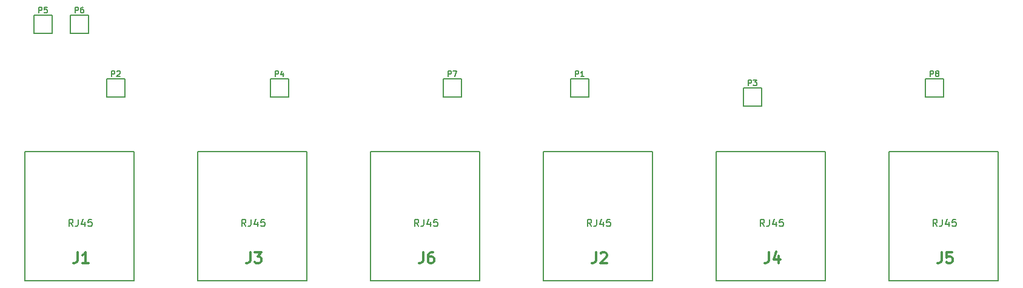
<source format=gto>
G04 (created by PCBNEW (2013-may-18)-stable) date dom 18 oct 2015 20:31:16 CDT*
%MOIN*%
G04 Gerber Fmt 3.4, Leading zero omitted, Abs format*
%FSLAX34Y34*%
G01*
G70*
G90*
G04 APERTURE LIST*
%ADD10C,0.00590551*%
%ADD11C,0.005*%
%ADD12C,0.006*%
%ADD13C,0.012*%
%ADD14C,0.008*%
G04 APERTURE END LIST*
G54D10*
G54D11*
X26500Y-50600D02*
X32500Y-50600D01*
X32500Y-50600D02*
X32500Y-43500D01*
X32500Y-43500D02*
X26500Y-43500D01*
X26500Y-43500D02*
X26500Y-50600D01*
X36000Y-50600D02*
X42000Y-50600D01*
X42000Y-50600D02*
X42000Y-43500D01*
X42000Y-43500D02*
X36000Y-43500D01*
X36000Y-43500D02*
X36000Y-50600D01*
X45500Y-50600D02*
X51500Y-50600D01*
X51500Y-50600D02*
X51500Y-43500D01*
X51500Y-43500D02*
X45500Y-43500D01*
X45500Y-43500D02*
X45500Y-50600D01*
X55000Y-50600D02*
X61000Y-50600D01*
X61000Y-50600D02*
X61000Y-43500D01*
X61000Y-43500D02*
X55000Y-43500D01*
X55000Y-43500D02*
X55000Y-50600D01*
X64500Y-50600D02*
X70500Y-50600D01*
X70500Y-50600D02*
X70500Y-43500D01*
X70500Y-43500D02*
X64500Y-43500D01*
X64500Y-43500D02*
X64500Y-50600D01*
X74000Y-50600D02*
X80000Y-50600D01*
X80000Y-50600D02*
X80000Y-43500D01*
X80000Y-43500D02*
X74000Y-43500D01*
X74000Y-43500D02*
X74000Y-50600D01*
G54D12*
X50500Y-40500D02*
X49500Y-40500D01*
X49500Y-39500D02*
X50500Y-39500D01*
X49500Y-40500D02*
X49500Y-39500D01*
X50500Y-39500D02*
X50500Y-40500D01*
X77000Y-40500D02*
X76000Y-40500D01*
X76000Y-39500D02*
X77000Y-39500D01*
X76000Y-40500D02*
X76000Y-39500D01*
X77000Y-39500D02*
X77000Y-40500D01*
X32000Y-40500D02*
X31000Y-40500D01*
X31000Y-39500D02*
X32000Y-39500D01*
X31000Y-40500D02*
X31000Y-39500D01*
X32000Y-39500D02*
X32000Y-40500D01*
X41000Y-40500D02*
X40000Y-40500D01*
X40000Y-39500D02*
X41000Y-39500D01*
X40000Y-40500D02*
X40000Y-39500D01*
X41000Y-39500D02*
X41000Y-40500D01*
X28000Y-37000D02*
X27000Y-37000D01*
X27000Y-36000D02*
X28000Y-36000D01*
X27000Y-37000D02*
X27000Y-36000D01*
X28000Y-36000D02*
X28000Y-37000D01*
X30000Y-37000D02*
X29000Y-37000D01*
X29000Y-36000D02*
X30000Y-36000D01*
X29000Y-37000D02*
X29000Y-36000D01*
X30000Y-36000D02*
X30000Y-37000D01*
X57500Y-40500D02*
X56500Y-40500D01*
X56500Y-39500D02*
X57500Y-39500D01*
X56500Y-40500D02*
X56500Y-39500D01*
X57500Y-39500D02*
X57500Y-40500D01*
X67000Y-41000D02*
X66000Y-41000D01*
X66000Y-40000D02*
X67000Y-40000D01*
X66000Y-41000D02*
X66000Y-40000D01*
X67000Y-40000D02*
X67000Y-41000D01*
G54D13*
X29400Y-49042D02*
X29400Y-49471D01*
X29371Y-49557D01*
X29314Y-49614D01*
X29228Y-49642D01*
X29171Y-49642D01*
X30000Y-49642D02*
X29657Y-49642D01*
X29828Y-49642D02*
X29828Y-49042D01*
X29771Y-49128D01*
X29714Y-49185D01*
X29657Y-49214D01*
G54D14*
X29152Y-47619D02*
X29021Y-47431D01*
X28927Y-47619D02*
X28927Y-47225D01*
X29077Y-47225D01*
X29115Y-47244D01*
X29133Y-47263D01*
X29152Y-47300D01*
X29152Y-47356D01*
X29133Y-47394D01*
X29115Y-47413D01*
X29077Y-47431D01*
X28927Y-47431D01*
X29434Y-47225D02*
X29434Y-47506D01*
X29415Y-47563D01*
X29377Y-47600D01*
X29321Y-47619D01*
X29283Y-47619D01*
X29790Y-47356D02*
X29790Y-47619D01*
X29696Y-47206D02*
X29602Y-47488D01*
X29846Y-47488D01*
X30184Y-47225D02*
X29996Y-47225D01*
X29978Y-47413D01*
X29996Y-47394D01*
X30034Y-47375D01*
X30128Y-47375D01*
X30165Y-47394D01*
X30184Y-47413D01*
X30203Y-47450D01*
X30203Y-47544D01*
X30184Y-47581D01*
X30165Y-47600D01*
X30128Y-47619D01*
X30034Y-47619D01*
X29996Y-47600D01*
X29978Y-47581D01*
G54D13*
X38900Y-49042D02*
X38900Y-49471D01*
X38871Y-49557D01*
X38814Y-49614D01*
X38728Y-49642D01*
X38671Y-49642D01*
X39128Y-49042D02*
X39500Y-49042D01*
X39300Y-49271D01*
X39385Y-49271D01*
X39442Y-49300D01*
X39471Y-49328D01*
X39500Y-49385D01*
X39500Y-49528D01*
X39471Y-49585D01*
X39442Y-49614D01*
X39385Y-49642D01*
X39214Y-49642D01*
X39157Y-49614D01*
X39128Y-49585D01*
G54D14*
X38652Y-47619D02*
X38521Y-47431D01*
X38427Y-47619D02*
X38427Y-47225D01*
X38577Y-47225D01*
X38615Y-47244D01*
X38633Y-47263D01*
X38652Y-47300D01*
X38652Y-47356D01*
X38633Y-47394D01*
X38615Y-47413D01*
X38577Y-47431D01*
X38427Y-47431D01*
X38934Y-47225D02*
X38934Y-47506D01*
X38915Y-47563D01*
X38877Y-47600D01*
X38821Y-47619D01*
X38783Y-47619D01*
X39290Y-47356D02*
X39290Y-47619D01*
X39196Y-47206D02*
X39102Y-47488D01*
X39346Y-47488D01*
X39684Y-47225D02*
X39496Y-47225D01*
X39478Y-47413D01*
X39496Y-47394D01*
X39534Y-47375D01*
X39628Y-47375D01*
X39665Y-47394D01*
X39684Y-47413D01*
X39703Y-47450D01*
X39703Y-47544D01*
X39684Y-47581D01*
X39665Y-47600D01*
X39628Y-47619D01*
X39534Y-47619D01*
X39496Y-47600D01*
X39478Y-47581D01*
G54D13*
X48400Y-49042D02*
X48400Y-49471D01*
X48371Y-49557D01*
X48314Y-49614D01*
X48228Y-49642D01*
X48171Y-49642D01*
X48942Y-49042D02*
X48828Y-49042D01*
X48771Y-49071D01*
X48742Y-49100D01*
X48685Y-49185D01*
X48657Y-49300D01*
X48657Y-49528D01*
X48685Y-49585D01*
X48714Y-49614D01*
X48771Y-49642D01*
X48885Y-49642D01*
X48942Y-49614D01*
X48971Y-49585D01*
X49000Y-49528D01*
X49000Y-49385D01*
X48971Y-49328D01*
X48942Y-49300D01*
X48885Y-49271D01*
X48771Y-49271D01*
X48714Y-49300D01*
X48685Y-49328D01*
X48657Y-49385D01*
G54D14*
X48152Y-47619D02*
X48021Y-47431D01*
X47927Y-47619D02*
X47927Y-47225D01*
X48077Y-47225D01*
X48115Y-47244D01*
X48133Y-47263D01*
X48152Y-47300D01*
X48152Y-47356D01*
X48133Y-47394D01*
X48115Y-47413D01*
X48077Y-47431D01*
X47927Y-47431D01*
X48434Y-47225D02*
X48434Y-47506D01*
X48415Y-47563D01*
X48377Y-47600D01*
X48321Y-47619D01*
X48283Y-47619D01*
X48790Y-47356D02*
X48790Y-47619D01*
X48696Y-47206D02*
X48602Y-47488D01*
X48846Y-47488D01*
X49184Y-47225D02*
X48996Y-47225D01*
X48978Y-47413D01*
X48996Y-47394D01*
X49034Y-47375D01*
X49128Y-47375D01*
X49165Y-47394D01*
X49184Y-47413D01*
X49203Y-47450D01*
X49203Y-47544D01*
X49184Y-47581D01*
X49165Y-47600D01*
X49128Y-47619D01*
X49034Y-47619D01*
X48996Y-47600D01*
X48978Y-47581D01*
G54D13*
X57900Y-49042D02*
X57900Y-49471D01*
X57871Y-49557D01*
X57814Y-49614D01*
X57728Y-49642D01*
X57671Y-49642D01*
X58157Y-49100D02*
X58185Y-49071D01*
X58242Y-49042D01*
X58385Y-49042D01*
X58442Y-49071D01*
X58471Y-49100D01*
X58500Y-49157D01*
X58500Y-49214D01*
X58471Y-49300D01*
X58128Y-49642D01*
X58500Y-49642D01*
G54D14*
X57652Y-47619D02*
X57521Y-47431D01*
X57427Y-47619D02*
X57427Y-47225D01*
X57577Y-47225D01*
X57615Y-47244D01*
X57633Y-47263D01*
X57652Y-47300D01*
X57652Y-47356D01*
X57633Y-47394D01*
X57615Y-47413D01*
X57577Y-47431D01*
X57427Y-47431D01*
X57934Y-47225D02*
X57934Y-47506D01*
X57915Y-47563D01*
X57877Y-47600D01*
X57821Y-47619D01*
X57783Y-47619D01*
X58290Y-47356D02*
X58290Y-47619D01*
X58196Y-47206D02*
X58102Y-47488D01*
X58346Y-47488D01*
X58684Y-47225D02*
X58496Y-47225D01*
X58478Y-47413D01*
X58496Y-47394D01*
X58534Y-47375D01*
X58628Y-47375D01*
X58665Y-47394D01*
X58684Y-47413D01*
X58703Y-47450D01*
X58703Y-47544D01*
X58684Y-47581D01*
X58665Y-47600D01*
X58628Y-47619D01*
X58534Y-47619D01*
X58496Y-47600D01*
X58478Y-47581D01*
G54D13*
X67400Y-49042D02*
X67400Y-49471D01*
X67371Y-49557D01*
X67314Y-49614D01*
X67228Y-49642D01*
X67171Y-49642D01*
X67942Y-49242D02*
X67942Y-49642D01*
X67800Y-49014D02*
X67657Y-49442D01*
X68028Y-49442D01*
G54D14*
X67152Y-47619D02*
X67021Y-47431D01*
X66927Y-47619D02*
X66927Y-47225D01*
X67077Y-47225D01*
X67115Y-47244D01*
X67133Y-47263D01*
X67152Y-47300D01*
X67152Y-47356D01*
X67133Y-47394D01*
X67115Y-47413D01*
X67077Y-47431D01*
X66927Y-47431D01*
X67434Y-47225D02*
X67434Y-47506D01*
X67415Y-47563D01*
X67377Y-47600D01*
X67321Y-47619D01*
X67283Y-47619D01*
X67790Y-47356D02*
X67790Y-47619D01*
X67696Y-47206D02*
X67602Y-47488D01*
X67846Y-47488D01*
X68184Y-47225D02*
X67996Y-47225D01*
X67978Y-47413D01*
X67996Y-47394D01*
X68034Y-47375D01*
X68128Y-47375D01*
X68165Y-47394D01*
X68184Y-47413D01*
X68203Y-47450D01*
X68203Y-47544D01*
X68184Y-47581D01*
X68165Y-47600D01*
X68128Y-47619D01*
X68034Y-47619D01*
X67996Y-47600D01*
X67978Y-47581D01*
G54D13*
X76900Y-49042D02*
X76900Y-49471D01*
X76871Y-49557D01*
X76814Y-49614D01*
X76728Y-49642D01*
X76671Y-49642D01*
X77471Y-49042D02*
X77185Y-49042D01*
X77157Y-49328D01*
X77185Y-49300D01*
X77242Y-49271D01*
X77385Y-49271D01*
X77442Y-49300D01*
X77471Y-49328D01*
X77500Y-49385D01*
X77500Y-49528D01*
X77471Y-49585D01*
X77442Y-49614D01*
X77385Y-49642D01*
X77242Y-49642D01*
X77185Y-49614D01*
X77157Y-49585D01*
G54D14*
X76652Y-47619D02*
X76521Y-47431D01*
X76427Y-47619D02*
X76427Y-47225D01*
X76577Y-47225D01*
X76615Y-47244D01*
X76633Y-47263D01*
X76652Y-47300D01*
X76652Y-47356D01*
X76633Y-47394D01*
X76615Y-47413D01*
X76577Y-47431D01*
X76427Y-47431D01*
X76934Y-47225D02*
X76934Y-47506D01*
X76915Y-47563D01*
X76877Y-47600D01*
X76821Y-47619D01*
X76783Y-47619D01*
X77290Y-47356D02*
X77290Y-47619D01*
X77196Y-47206D02*
X77102Y-47488D01*
X77346Y-47488D01*
X77684Y-47225D02*
X77496Y-47225D01*
X77478Y-47413D01*
X77496Y-47394D01*
X77534Y-47375D01*
X77628Y-47375D01*
X77665Y-47394D01*
X77684Y-47413D01*
X77703Y-47450D01*
X77703Y-47544D01*
X77684Y-47581D01*
X77665Y-47600D01*
X77628Y-47619D01*
X77534Y-47619D01*
X77496Y-47600D01*
X77478Y-47581D01*
G54D12*
X49778Y-39371D02*
X49778Y-39071D01*
X49892Y-39071D01*
X49921Y-39085D01*
X49935Y-39100D01*
X49950Y-39128D01*
X49950Y-39171D01*
X49935Y-39200D01*
X49921Y-39214D01*
X49892Y-39228D01*
X49778Y-39228D01*
X50050Y-39071D02*
X50250Y-39071D01*
X50121Y-39371D01*
X76278Y-39371D02*
X76278Y-39071D01*
X76392Y-39071D01*
X76421Y-39085D01*
X76435Y-39100D01*
X76450Y-39128D01*
X76450Y-39171D01*
X76435Y-39200D01*
X76421Y-39214D01*
X76392Y-39228D01*
X76278Y-39228D01*
X76621Y-39200D02*
X76592Y-39185D01*
X76578Y-39171D01*
X76564Y-39142D01*
X76564Y-39128D01*
X76578Y-39100D01*
X76592Y-39085D01*
X76621Y-39071D01*
X76678Y-39071D01*
X76707Y-39085D01*
X76721Y-39100D01*
X76735Y-39128D01*
X76735Y-39142D01*
X76721Y-39171D01*
X76707Y-39185D01*
X76678Y-39200D01*
X76621Y-39200D01*
X76592Y-39214D01*
X76578Y-39228D01*
X76564Y-39257D01*
X76564Y-39314D01*
X76578Y-39342D01*
X76592Y-39357D01*
X76621Y-39371D01*
X76678Y-39371D01*
X76707Y-39357D01*
X76721Y-39342D01*
X76735Y-39314D01*
X76735Y-39257D01*
X76721Y-39228D01*
X76707Y-39214D01*
X76678Y-39200D01*
X31278Y-39371D02*
X31278Y-39071D01*
X31392Y-39071D01*
X31421Y-39085D01*
X31435Y-39100D01*
X31450Y-39128D01*
X31450Y-39171D01*
X31435Y-39200D01*
X31421Y-39214D01*
X31392Y-39228D01*
X31278Y-39228D01*
X31564Y-39100D02*
X31578Y-39085D01*
X31607Y-39071D01*
X31678Y-39071D01*
X31707Y-39085D01*
X31721Y-39100D01*
X31735Y-39128D01*
X31735Y-39157D01*
X31721Y-39200D01*
X31550Y-39371D01*
X31735Y-39371D01*
X40278Y-39371D02*
X40278Y-39071D01*
X40392Y-39071D01*
X40421Y-39085D01*
X40435Y-39100D01*
X40450Y-39128D01*
X40450Y-39171D01*
X40435Y-39200D01*
X40421Y-39214D01*
X40392Y-39228D01*
X40278Y-39228D01*
X40707Y-39171D02*
X40707Y-39371D01*
X40635Y-39057D02*
X40564Y-39271D01*
X40750Y-39271D01*
X27278Y-35871D02*
X27278Y-35571D01*
X27392Y-35571D01*
X27421Y-35585D01*
X27435Y-35600D01*
X27450Y-35628D01*
X27450Y-35671D01*
X27435Y-35700D01*
X27421Y-35714D01*
X27392Y-35728D01*
X27278Y-35728D01*
X27721Y-35571D02*
X27578Y-35571D01*
X27564Y-35714D01*
X27578Y-35700D01*
X27607Y-35685D01*
X27678Y-35685D01*
X27707Y-35700D01*
X27721Y-35714D01*
X27735Y-35742D01*
X27735Y-35814D01*
X27721Y-35842D01*
X27707Y-35857D01*
X27678Y-35871D01*
X27607Y-35871D01*
X27578Y-35857D01*
X27564Y-35842D01*
X29278Y-35871D02*
X29278Y-35571D01*
X29392Y-35571D01*
X29421Y-35585D01*
X29435Y-35600D01*
X29450Y-35628D01*
X29450Y-35671D01*
X29435Y-35700D01*
X29421Y-35714D01*
X29392Y-35728D01*
X29278Y-35728D01*
X29707Y-35571D02*
X29650Y-35571D01*
X29621Y-35585D01*
X29607Y-35600D01*
X29578Y-35642D01*
X29564Y-35700D01*
X29564Y-35814D01*
X29578Y-35842D01*
X29592Y-35857D01*
X29621Y-35871D01*
X29678Y-35871D01*
X29707Y-35857D01*
X29721Y-35842D01*
X29735Y-35814D01*
X29735Y-35742D01*
X29721Y-35714D01*
X29707Y-35700D01*
X29678Y-35685D01*
X29621Y-35685D01*
X29592Y-35700D01*
X29578Y-35714D01*
X29564Y-35742D01*
X56778Y-39371D02*
X56778Y-39071D01*
X56892Y-39071D01*
X56921Y-39085D01*
X56935Y-39100D01*
X56950Y-39128D01*
X56950Y-39171D01*
X56935Y-39200D01*
X56921Y-39214D01*
X56892Y-39228D01*
X56778Y-39228D01*
X57235Y-39371D02*
X57064Y-39371D01*
X57150Y-39371D02*
X57150Y-39071D01*
X57121Y-39114D01*
X57092Y-39142D01*
X57064Y-39157D01*
X66278Y-39871D02*
X66278Y-39571D01*
X66392Y-39571D01*
X66421Y-39585D01*
X66435Y-39600D01*
X66450Y-39628D01*
X66450Y-39671D01*
X66435Y-39700D01*
X66421Y-39714D01*
X66392Y-39728D01*
X66278Y-39728D01*
X66550Y-39571D02*
X66735Y-39571D01*
X66635Y-39685D01*
X66678Y-39685D01*
X66707Y-39700D01*
X66721Y-39714D01*
X66735Y-39742D01*
X66735Y-39814D01*
X66721Y-39842D01*
X66707Y-39857D01*
X66678Y-39871D01*
X66592Y-39871D01*
X66564Y-39857D01*
X66550Y-39842D01*
M02*

</source>
